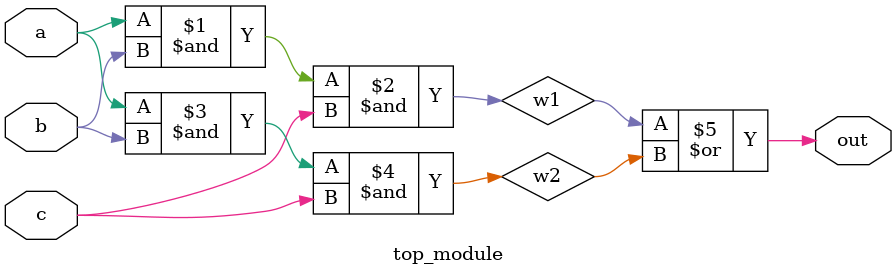
<source format=sv>
module top_module(
	input a, 
	input b,
	input c,
	output out
);

wire w1, w2;

and #(4) and1(w1, a, b, c);
and #(4) and2(w2, a, b, c);

or #(2) or1(out, w1, w2);

endmodule

</source>
